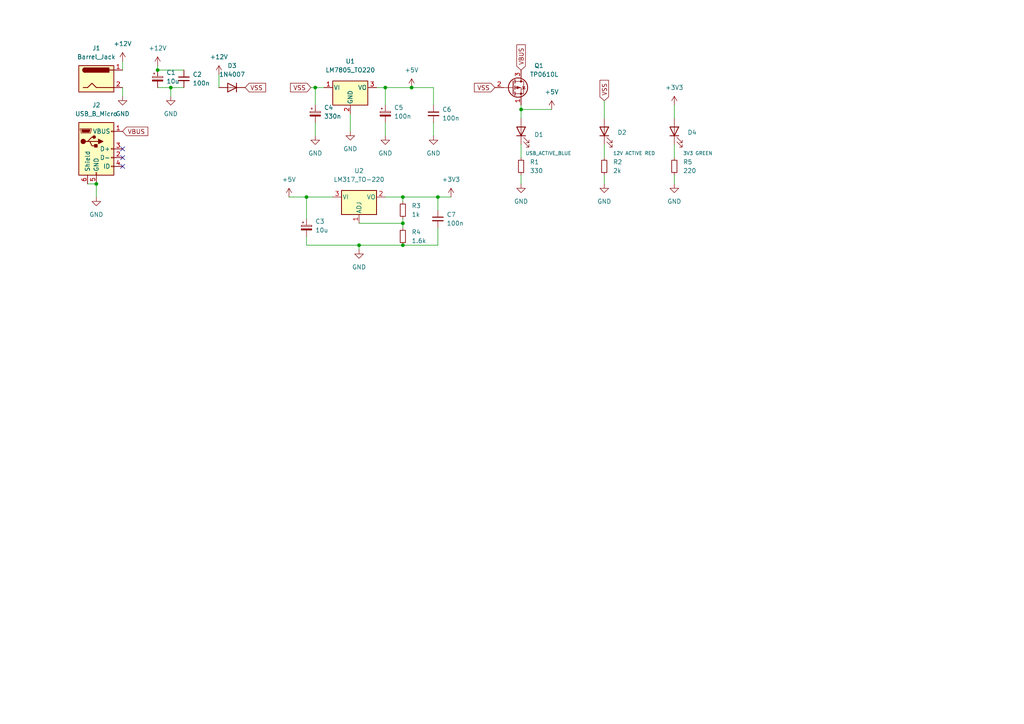
<source format=kicad_sch>
(kicad_sch (version 20211123) (generator eeschema)
  (paper "A4")
  (lib_symbols
    (symbol "Connector:Barrel_Jack" (pin_names (offset 1.016))
      (property "Reference" "J" (at 0 5.334 0))
      (property "Value" "Barrel_Jack" (at 0 -5.08 0))
      (symbol "Barrel_Jack_0_1"
        (rectangle (start -5.08 3.81) (end 5.08 -3.81) (stroke (width 0.254)) (fill (type background)))
        (arc (start -3.302 3.175) (mid -3.937 2.54) (end -3.302 1.905) (stroke (width 0.254)))
        (arc (start -3.302 3.175) (mid -3.937 2.54) (end -3.302 1.905) (stroke (width 0.254)) (fill (type outline)))
        (polyline (pts (xy 5.08 2.54) (xy 3.81 2.54)) (stroke (width 0.254)))
        (polyline (pts (xy -3.81 -2.54) (xy -2.54 -2.54) (xy -1.27 -1.27) (xy 0 -2.54) (xy 2.54 -2.54) (xy 5.08 -2.54)) (stroke (width 0.254)))
        (rectangle (start 3.683 3.175) (end -3.302 1.905) (stroke (width 0.254)) (fill (type outline)))
      )
      (symbol "Barrel_Jack_1_1"
        (pin passive line (at 7.62 2.54 180) (length 2.54) (name "~") (number "1"))
        (pin passive line (at 7.62 -2.54 180) (length 2.54) (name "~") (number "2"))
      )
    )
    (symbol "Connector:USB_B_Micro" (pin_names (offset 1.016))
      (property "Reference" "J" (at -5.08 11.43 0))
      (property "Value" "USB_B_Micro" (at -5.08 8.89 0))
      (symbol "USB_B_Micro_0_1"
        (rectangle (start -5.08 -7.62) (end 5.08 7.62) (stroke (width 0.254)) (fill (type background)))
        (circle (center -3.81 2.159) (radius 0.635) (stroke (width 0.254)) (fill (type outline)))
        (circle (center -0.635 3.429) (radius 0.381) (stroke (width 0.254)) (fill (type outline)))
        (rectangle (start -0.127 -7.62) (end 0.127 -6.858))
        (polyline (pts (xy -1.905 2.159) (xy 0.635 2.159)) (stroke (width 0.254)))
        (polyline (pts (xy -3.175 2.159) (xy -2.54 2.159) (xy -1.27 3.429) (xy -0.635 3.429)) (stroke (width 0.254)))
        (polyline (pts (xy -2.54 2.159) (xy -1.905 2.159) (xy -1.27 0.889) (xy 0 0.889)) (stroke (width 0.254)))
        (polyline (pts (xy 0.635 2.794) (xy 0.635 1.524) (xy 1.905 2.159) (xy 0.635 2.794)) (stroke (width 0.254)) (fill (type outline)))
        (polyline (pts (xy -4.318 5.588) (xy -1.778 5.588) (xy -2.032 4.826) (xy -4.064 4.826) (xy -4.318 5.588)) (fill (type outline)))
        (polyline (pts (xy -4.699 5.842) (xy -4.699 5.588) (xy -4.445 4.826) (xy -4.445 4.572) (xy -1.651 4.572) (xy -1.651 4.826) (xy -1.397 5.588) (xy -1.397 5.842) (xy -4.699 5.842)))
        (rectangle (start 0.254 1.27) (end -0.508 0.508) (stroke (width 0.254)) (fill (type outline)))
        (rectangle (start 5.08 -5.207) (end 4.318 -4.953))
        (rectangle (start 5.08 -2.667) (end 4.318 -2.413))
        (rectangle (start 5.08 -0.127) (end 4.318 0.127))
        (rectangle (start 5.08 4.953) (end 4.318 5.207))
      )
      (symbol "USB_B_Micro_1_1"
        (pin power_out line (at 7.62 5.08 180) (length 2.54) (name "VBUS") (number "1"))
        (pin bidirectional line (at 7.62 -2.54 180) (length 2.54) (name "D-") (number "2"))
        (pin bidirectional line (at 7.62 0 180) (length 2.54) (name "D+") (number "3"))
        (pin passive line (at 7.62 -5.08 180) (length 2.54) (name "ID") (number "4"))
        (pin power_out line (at 0 -10.16 90) (length 2.54) (name "GND") (number "5"))
        (pin passive line (at -2.54 -10.16 90) (length 2.54) (name "Shield") (number "6"))
      )
    )
    (symbol "Device:C_Polarized_Small" (pin_numbers hide) (pin_names (offset 0.254) hide)
      (property "Reference" "C" (at 0.254 1.778 0))
      (property "Value" "C_Polarized_Small" (at 0.254 -2.032 0))
      (symbol "C_Polarized_Small_0_1"
        (rectangle (start -1.524 -0.3048) (end 1.524 -0.6858) (fill (type outline)))
        (rectangle (start -1.524 0.6858) (end 1.524 0.3048))
        (polyline (pts (xy -1.27 1.524) (xy -0.762 1.524)))
        (polyline (pts (xy -1.016 1.27) (xy -1.016 1.778)))
      )
      (symbol "C_Polarized_Small_1_1"
        (pin passive line (at 0 2.54 270) (length 1.8542) (name "~") (number "1"))
        (pin passive line (at 0 -2.54 90) (length 1.8542) (name "~") (number "2"))
      )
    )
    (symbol "Device:C_Small" (pin_numbers hide) (pin_names (offset 0.254) hide)
      (property "Reference" "C" (at 0.254 1.778 0))
      (property "Value" "C_Small" (at 0.254 -2.032 0))
      (symbol "C_Small_0_1"
        (polyline (pts (xy -1.524 -0.508) (xy 1.524 -0.508)) (stroke (width 0.3302)))
        (polyline (pts (xy -1.524 0.508) (xy 1.524 0.508)) (stroke (width 0.3048)))
      )
      (symbol "C_Small_1_1"
        (pin passive line (at 0 2.54 270) (length 2.032) (name "~") (number "1"))
        (pin passive line (at 0 -2.54 90) (length 2.032) (name "~") (number "2"))
      )
    )
    (symbol "Device:LED" (pin_numbers hide) (pin_names (offset 1.016) hide)
      (property "Reference" "D" (at 0 2.54 0))
      (property "Value" "LED" (at 0 -2.54 0))
      (symbol "LED_0_1"
        (polyline (pts (xy -1.27 -1.27) (xy -1.27 1.27)) (stroke (width 0.254)))
        (polyline (pts (xy -1.27 0) (xy 1.27 0)))
        (polyline (pts (xy 1.27 -1.27) (xy 1.27 1.27) (xy -1.27 0) (xy 1.27 -1.27)) (stroke (width 0.254)))
        (polyline (pts (xy -3.048 -0.762) (xy -4.572 -2.286) (xy -3.81 -2.286) (xy -4.572 -2.286) (xy -4.572 -1.524)))
        (polyline (pts (xy -1.778 -0.762) (xy -3.302 -2.286) (xy -2.54 -2.286) (xy -3.302 -2.286) (xy -3.302 -1.524)))
      )
      (symbol "LED_1_1"
        (pin passive line (at -3.81 0 0) (length 2.54) (name "K") (number "1"))
        (pin passive line (at 3.81 0 180) (length 2.54) (name "A") (number "2"))
      )
    )
    (symbol "Device:R_Small" (pin_numbers hide) (pin_names (offset 0.254) hide)
      (property "Reference" "R" (at 0.762 0.508 0))
      (property "Value" "R_Small" (at 0.762 -1.016 0))
      (symbol "R_Small_0_1"
        (rectangle (start -0.762 1.778) (end 0.762 -1.778) (stroke (width 0.2032)))
      )
      (symbol "R_Small_1_1"
        (pin passive line (at 0 2.54 270) (length 0.762) (name "~") (number "1"))
        (pin passive line (at 0 -2.54 90) (length 0.762) (name "~") (number "2"))
      )
    )
    (symbol "Diode:1N4007" (pin_numbers hide) (pin_names (offset 1.016) hide)
      (property "Reference" "D" (at 0 2.54 0))
      (property "Value" "1N4007" (at 0 -2.54 0))
      (symbol "1N4007_0_1"
        (polyline (pts (xy -1.27 1.27) (xy -1.27 -1.27)) (stroke (width 0.254)))
        (polyline (pts (xy 1.27 0) (xy -1.27 0)))
        (polyline (pts (xy 1.27 1.27) (xy 1.27 -1.27) (xy -1.27 0) (xy 1.27 1.27)) (stroke (width 0.254)))
      )
      (symbol "1N4007_1_1"
        (pin passive line (at -3.81 0 0) (length 2.54) (name "K") (number "1"))
        (pin passive line (at 3.81 0 180) (length 2.54) (name "A") (number "2"))
      )
    )
    (symbol "Regulator_Linear:LM317_TO-220" (pin_names (offset 0.254))
      (property "Reference" "U" (at -3.81 3.175 0))
      (property "Value" "LM317_TO-220" (at 0 3.175 0))
      (symbol "LM317_TO-220_0_1"
        (rectangle (start -5.08 1.905) (end 5.08 -5.08) (stroke (width 0.254)) (fill (type background)))
      )
      (symbol "LM317_TO-220_1_1"
        (pin input line (at 0 -7.62 90) (length 2.54) (name "ADJ") (number "1"))
        (pin power_out line (at 7.62 0 180) (length 2.54) (name "VO") (number "2"))
        (pin power_in line (at -7.62 0 0) (length 2.54) (name "VI") (number "3"))
      )
    )
    (symbol "Regulator_Linear:LM7805_TO220" (pin_names (offset 0.254))
      (property "Reference" "U" (at -3.81 3.175 0))
      (property "Value" "LM7805_TO220" (at 0 3.175 0))
      (symbol "LM7805_TO220_0_1"
        (rectangle (start -5.08 1.905) (end 5.08 -5.08) (stroke (width 0.254)) (fill (type background)))
      )
      (symbol "LM7805_TO220_1_1"
        (pin power_in line (at -7.62 0 0) (length 2.54) (name "VI") (number "1"))
        (pin power_in line (at 0 -7.62 90) (length 2.54) (name "GND") (number "2"))
        (pin power_out line (at 7.62 0 180) (length 2.54) (name "VO") (number "3"))
      )
    )
    (symbol "Transistor_FET:TP0610L" (pin_names hide)
      (property "Reference" "Q" (at 5.08 1.905 0))
      (property "Value" "TP0610L" (at 5.08 0 0))
      (symbol "TP0610L_0_1"
        (polyline (pts (xy 0.254 0) (xy -2.54 0)))
        (polyline (pts (xy 0.254 1.905) (xy 0.254 -1.905)) (stroke (width 0.254)))
        (polyline (pts (xy 0.762 -1.27) (xy 0.762 -2.286)) (stroke (width 0.254)))
        (polyline (pts (xy 0.762 0.508) (xy 0.762 -0.508)) (stroke (width 0.254)))
        (polyline (pts (xy 0.762 2.286) (xy 0.762 1.27)) (stroke (width 0.254)))
        (polyline (pts (xy 2.54 2.54) (xy 2.54 1.778)))
        (polyline (pts (xy 2.54 -2.54) (xy 2.54 0) (xy 0.762 0)))
        (polyline (pts (xy 0.762 1.778) (xy 3.302 1.778) (xy 3.302 -1.778) (xy 0.762 -1.778)))
        (polyline (pts (xy 2.286 0) (xy 1.27 0.381) (xy 1.27 -0.381) (xy 2.286 0)) (fill (type outline)))
        (polyline (pts (xy 2.794 -0.508) (xy 2.921 -0.381) (xy 3.683 -0.381) (xy 3.81 -0.254)))
        (polyline (pts (xy 3.302 -0.381) (xy 2.921 0.254) (xy 3.683 0.254) (xy 3.302 -0.381)))
        (circle (center 1.651 0) (radius 2.794) (stroke (width 0.254)))
        (circle (center 2.54 -1.778) (radius 0.254) (fill (type outline)))
        (circle (center 2.54 1.778) (radius 0.254) (fill (type outline)))
      )
      (symbol "TP0610L_1_1"
        (pin passive line (at 2.54 -5.08 90) (length 2.54) (name "S") (number "1"))
        (pin input line (at -5.08 0 0) (length 2.54) (name "G") (number "2"))
        (pin passive line (at 2.54 5.08 270) (length 2.54) (name "D") (number "3"))
      )
    )
    (symbol "power:+12V" (power) (pin_names (offset 0))
      (property "Value" "+12V" (at 0 3.556 0))
      (symbol "+12V_0_1"
        (polyline (pts (xy -0.762 1.27) (xy 0 2.54)))
        (polyline (pts (xy 0 0) (xy 0 2.54)))
        (polyline (pts (xy 0 2.54) (xy 0.762 1.27)))
      )
      (symbol "+12V_1_1"
        (pin power_in line (at 0 0 90) (length 0) hide (name "+12V") (number "1"))
      )
    )
    (symbol "power:+3V3" (power) (pin_names (offset 0))
      (property "Value" "+3V3" (at 0 3.556 0))
      (symbol "+3V3_0_1"
        (polyline (pts (xy -0.762 1.27) (xy 0 2.54)))
        (polyline (pts (xy 0 0) (xy 0 2.54)))
        (polyline (pts (xy 0 2.54) (xy 0.762 1.27)))
      )
      (symbol "+3V3_1_1"
        (pin power_in line (at 0 0 90) (length 0) hide (name "+3V3") (number "1"))
      )
    )
    (symbol "power:+5V" (power) (pin_names (offset 0))
      (property "Value" "+5V" (at 0 3.556 0))
      (symbol "+5V_0_1"
        (polyline (pts (xy -0.762 1.27) (xy 0 2.54)))
        (polyline (pts (xy 0 0) (xy 0 2.54)))
        (polyline (pts (xy 0 2.54) (xy 0.762 1.27)))
      )
      (symbol "+5V_1_1"
        (pin power_in line (at 0 0 90) (length 0) hide (name "+5V") (number "1"))
      )
    )
    (symbol "power:GND" (power) (pin_names (offset 0))
      (property "Value" "GND" (at 0 -3.81 0))
      (symbol "GND_0_1"
        (polyline (pts (xy 0 0) (xy 0 -1.27) (xy 1.27 -1.27) (xy 0 -2.54) (xy -1.27 -1.27) (xy 0 -1.27)))
      )
      (symbol "GND_1_1"
        (pin power_in line (at 0 0 270) (length 0) hide (name "GND") (number "1"))
      )
    )
  )
  (junction (at 45.72 20.32))
  (junction (at 49.53 25.4))
  (junction (at 116.84 57.15))
  (junction (at 116.84 71.12))
  (junction (at 127 57.15))
  (junction (at 91.44 25.4))
  (junction (at 119.38 25.4))
  (junction (at 88.9 57.15))
  (junction (at 116.84 64.77))
  (junction (at 27.94 53.34))
  (junction (at 111.76 25.4))
  (junction (at 151.13 31.75))
  (junction (at 104.14 71.12))
  (no_connect (at 35.56 43.18))
  (no_connect (at 35.56 48.26))
  (no_connect (at 35.56 45.72))
  (wire (pts (xy 151.13 31.75) (xy 151.13 34.29)))
  (wire (pts (xy 127 71.12) (xy 116.84 71.12)))
  (wire (pts (xy 116.84 63.5) (xy 116.84 64.77)))
  (wire (pts (xy 127 57.15) (xy 130.81 57.15)))
  (wire (pts (xy 45.72 19.05) (xy 45.72 20.32)))
  (wire (pts (xy 104.14 71.12) (xy 116.84 71.12)))
  (wire (pts (xy 63.5 21.59) (xy 63.5 25.4)))
  (wire (pts (xy 175.26 41.91) (xy 175.26 45.72)))
  (wire (pts (xy 111.76 57.15) (xy 116.84 57.15)))
  (wire (pts (xy 111.76 35.56) (xy 111.76 39.37)))
  (wire (pts (xy 195.58 41.91) (xy 195.58 45.72)))
  (wire (pts (xy 83.82 57.15) (xy 88.9 57.15)))
  (wire (pts (xy 45.72 25.4) (xy 49.53 25.4)))
  (wire (pts (xy 125.73 35.56) (xy 125.73 39.37)))
  (wire (pts (xy 127 60.96) (xy 127 57.15)))
  (wire (pts (xy 91.44 25.4) (xy 93.98 25.4)))
  (wire (pts (xy 116.84 64.77) (xy 116.84 66.04)))
  (wire (pts (xy 151.13 31.75) (xy 160.02 31.75)))
  (wire (pts (xy 111.76 25.4) (xy 119.38 25.4)))
  (wire (pts (xy 125.73 30.48) (xy 125.73 25.4)))
  (wire (pts (xy 151.13 41.91) (xy 151.13 45.72)))
  (wire (pts (xy 49.53 25.4) (xy 49.53 27.94)))
  (wire (pts (xy 101.6 33.02) (xy 101.6 38.1)))
  (wire (pts (xy 195.58 30.48) (xy 195.58 34.29)))
  (wire (pts (xy 27.94 53.34) (xy 27.94 57.15)))
  (wire (pts (xy 90.17 25.4) (xy 91.44 25.4)))
  (wire (pts (xy 35.56 25.4) (xy 35.56 27.94)))
  (wire (pts (xy 91.44 25.4) (xy 91.44 30.48)))
  (wire (pts (xy 111.76 25.4) (xy 111.76 30.48)))
  (wire (pts (xy 88.9 63.5) (xy 88.9 57.15)))
  (wire (pts (xy 175.26 29.21) (xy 175.26 34.29)))
  (wire (pts (xy 195.58 50.8) (xy 195.58 53.34)))
  (wire (pts (xy 104.14 71.12) (xy 104.14 72.39)))
  (wire (pts (xy 151.13 30.48) (xy 151.13 31.75)))
  (wire (pts (xy 91.44 35.56) (xy 91.44 39.37)))
  (wire (pts (xy 151.13 50.8) (xy 151.13 53.34)))
  (wire (pts (xy 116.84 57.15) (xy 116.84 58.42)))
  (wire (pts (xy 119.38 25.4) (xy 125.73 25.4)))
  (wire (pts (xy 35.56 17.78) (xy 35.56 20.32)))
  (wire (pts (xy 175.26 50.8) (xy 175.26 53.34)))
  (wire (pts (xy 109.22 25.4) (xy 111.76 25.4)))
  (wire (pts (xy 88.9 71.12) (xy 88.9 68.58)))
  (wire (pts (xy 116.84 57.15) (xy 127 57.15)))
  (wire (pts (xy 45.72 20.32) (xy 53.34 20.32)))
  (wire (pts (xy 49.53 25.4) (xy 53.34 25.4)))
  (wire (pts (xy 127 66.04) (xy 127 71.12)))
  (wire (pts (xy 104.14 64.77) (xy 116.84 64.77)))
  (wire (pts (xy 88.9 71.12) (xy 104.14 71.12)))
  (wire (pts (xy 88.9 57.15) (xy 96.52 57.15)))
  (wire (pts (xy 25.4 53.34) (xy 27.94 53.34)))
  (global_label "VBUS" (shape input) (at 151.13 20.32 90) (property "Sayfalar Arası Referanslar" "${INTERSHEET_REFS}" (effects hide)))
  (global_label "VBUS" (shape input) (at 35.56 38.1 0) (property "Sayfalar Arası Referanslar" "${INTERSHEET_REFS}" (effects hide)))
  (global_label "VSS" (shape input) (at 143.51 25.4 180) (property "Sayfalar Arası Referanslar" "${INTERSHEET_REFS}" (effects hide)))
  (global_label "VSS" (shape input) (at 175.26 29.21 90) (property "Sayfalar Arası Referanslar" "${INTERSHEET_REFS}" (effects hide)))
  (global_label "VSS" (shape input) (at 71.12 25.4 0) (property "Sayfalar Arası Referanslar" "${INTERSHEET_REFS}" (effects hide)))
  (global_label "VSS" (shape input) (at 90.17 25.4 180) (property "Sayfalar Arası Referanslar" "${INTERSHEET_REFS}" (effects hide)))
  (symbol (lib_id "Device:C_Polarized_Small") (at 111.76 33.02 0) (unit 1)
    (property "Reference" "C5" (at 114.3 31.2038 0) (effects (justify left)))
    (property "Value" "100n" (at 114.3 33.7438 0) (effects (justify left)))
    (property "Footprint" "Capacitor_THT:CP_Radial_Tantal_D4.5mm_P5.00mm" (effects hide))
  )
  (symbol (lib_id "Regulator_Linear:LM317_TO-220") (at 104.14 57.15 0) (unit 1)
    (property "Reference" "U2" (at 104.14 49.53 0))
    (property "Value" "LM317_TO-220" (at 104.14 52.07 0))
    (property "Footprint" "Package_TO_SOT_THT:TO-220-3_Vertical" (effects hide))
    (property "Datasheet" "http://www.ti.com/lit/ds/symlink/lm317.pdf" (effects hide))
  )
  (symbol (lib_id "Connector:USB_B_Micro") (at 27.94 43.18 0) (unit 1)
    (property "Reference" "J2" (at 27.94 30.48 0))
    (property "Value" "USB_B_Micro" (at 27.94 33.02 0))
    (property "Footprint" "Connector_USB:USB_Micro-B_Amphenol_10103594-0001LF_Horizontal" (effects hide))
  )
  (symbol (lib_id "Device:C_Small") (at 125.73 33.02 0) (unit 1)
    (property "Reference" "C6" (at 128.27 31.7562 0) (effects (justify left)))
    (property "Value" "100n" (at 128.27 34.2962 0) (effects (justify left)))
    (property "Footprint" "Capacitor_THT:C_Disc_D3.4mm_W2.1mm_P2.50mm" (effects hide))
  )
  (symbol (lib_id "Device:LED") (at 195.58 38.1 90) (unit 1)
    (property "Reference" "D4" (at 199.39 38.4174 90) (effects (justify right)))
    (property "Value" "3V3 GREEN" (at 198.12 44.45 90) (effects (font (size 1 1)) (justify right)))
    (property "Footprint" "LED_THT:LED_D3.0mm" (effects hide))
  )
  (symbol (lib_id "power:GND") (at 195.58 53.34 0) (unit 1)
    (property "Reference" "#PWR0104" (effects hide))
    (property "Value" "GND" (at 195.58 58.42 0))
  )
  (symbol (lib_id "power:GND") (at 27.94 57.15 0) (unit 1)
    (property "Reference" "#PWR01" (effects hide))
    (property "Value" "GND" (at 27.94 62.23 0))
  )
  (symbol (lib_id "Regulator_Linear:LM7805_TO220") (at 101.6 25.4 0) (unit 1)
    (property "Reference" "U1" (at 101.6 17.78 0))
    (property "Value" "LM7805_TO220" (at 101.6 20.32 0))
    (property "Footprint" "Package_TO_SOT_THT:TO-220-3_Vertical" (effects hide))
    (property "Datasheet" "https://www.onsemi.cn/PowerSolutions/document/MC7800-D.PDF" (effects hide))
  )
  (symbol (lib_id "Device:R_Small") (at 116.84 60.96 0) (unit 1)
    (property "Reference" "R3" (at 119.38 59.6899 0) (effects (justify left)))
    (property "Value" "1k" (at 119.38 62.2299 0) (effects (justify left)))
    (property "Footprint" "Resistor_THT:R_Axial_DIN0204_L3.6mm_D1.6mm_P7.62mm_Horizontal" (effects hide))
  )
  (symbol (lib_id "power:GND") (at 175.26 53.34 0) (unit 1)
    (property "Reference" "#PWR04" (effects hide))
    (property "Value" "GND" (at 175.26 58.42 0))
  )
  (symbol (lib_id "power:GND") (at 49.53 27.94 0) (unit 1)
    (property "Reference" "#PWR0109" (effects hide))
    (property "Value" "GND" (at 49.53 33.02 0))
  )
  (symbol (lib_id "Device:R_Small") (at 116.84 68.58 0) (unit 1)
    (property "Reference" "R4" (at 119.38 67.3099 0) (effects (justify left)))
    (property "Value" "1.6k" (at 119.38 69.8499 0) (effects (justify left)))
    (property "Footprint" "Resistor_THT:R_Axial_DIN0204_L3.6mm_D1.6mm_P7.62mm_Horizontal" (effects hide))
  )
  (symbol (lib_id "Device:C_Polarized_Small") (at 45.72 22.86 0) (unit 1)
    (property "Reference" "C1" (at 48.26 21.0438 0) (effects (justify left)))
    (property "Value" "10u" (at 48.26 23.5838 0) (effects (justify left)))
    (property "Footprint" "Capacitor_THT:CP_Radial_D5.0mm_P2.50mm" (effects hide))
  )
  (symbol (lib_id "Device:C_Small") (at 53.34 22.86 0) (unit 1)
    (property "Reference" "C2" (at 55.88 21.5962 0) (effects (justify left)))
    (property "Value" "100n" (at 55.88 24.1362 0) (effects (justify left)))
    (property "Footprint" "Capacitor_THT:C_Disc_D3.4mm_W2.1mm_P2.50mm" (effects hide))
  )
  (symbol (lib_id "power:GND") (at 125.73 39.37 0) (unit 1)
    (property "Reference" "#PWR0102" (effects hide))
    (property "Value" "GND" (at 125.73 44.45 0))
  )
  (symbol (lib_id "power:GND") (at 91.44 39.37 0) (unit 1)
    (property "Reference" "#PWR0105" (effects hide))
    (property "Value" "GND" (at 91.44 44.45 0))
  )
  (symbol (lib_id "power:GND") (at 111.76 39.37 0) (unit 1)
    (property "Reference" "#PWR0111" (effects hide))
    (property "Value" "GND" (at 111.76 44.45 0))
  )
  (symbol (lib_id "Device:R_Small") (at 151.13 48.26 0) (unit 1)
    (property "Reference" "R1" (at 153.67 46.9899 0) (effects (justify left)))
    (property "Value" "330" (at 153.67 49.5299 0) (effects (justify left)))
    (property "Footprint" "Resistor_THT:R_Axial_DIN0204_L3.6mm_D1.6mm_P7.62mm_Horizontal" (effects hide))
  )
  (symbol (lib_id "Device:R_Small") (at 175.26 48.26 0) (unit 1)
    (property "Reference" "R2" (at 177.8 46.9899 0) (effects (justify left)))
    (property "Value" "2k" (at 177.8 49.5299 0) (effects (justify left)))
    (property "Footprint" "Resistor_THT:R_Axial_DIN0204_L3.6mm_D1.6mm_P7.62mm_Horizontal" (effects hide))
  )
  (symbol (lib_id "Device:LED") (at 175.26 38.1 90) (unit 1)
    (property "Reference" "D2" (at 179.07 38.4174 90) (effects (justify right)))
    (property "Value" "12V ACTIVE RED" (at 177.8 44.45 90) (effects (font (size 1 1)) (justify right)))
    (property "Footprint" "LED_THT:LED_D3.0mm" (effects hide))
  )
  (symbol (lib_id "Transistor_FET:TP0610L") (at 148.59 25.4 0) (unit 1)
    (property "Reference" "Q1" (at 154.94 19.05 0) (effects (justify left)))
    (property "Value" "TP0610L" (at 153.67 21.59 0) (effects (justify left)))
    (property "Footprint" "Package_TO_SOT_THT:TO-92L_Inline" (effects hide))
    (property "Datasheet" "http://www.vishay.com/docs/70209/70209.pdf" (effects hide))
  )
  (symbol (lib_id "Device:LED") (at 151.13 38.1 90) (unit 1)
    (property "Reference" "D1" (at 154.94 39.0524 90) (effects (justify right)))
    (property "Value" "USB_ACTIVE_BLUE" (at 152.4 44.45 90) (effects (font (size 1 1)) (justify right)))
    (property "Footprint" "LED_THT:LED_D3.0mm" (effects hide))
  )
  (symbol (lib_id "power:+12V") (at 63.5 21.59 0) (unit 1)
    (property "Reference" "#PWR0107" (effects hide))
    (property "Value" "+12V" (at 63.5 16.51 0))
  )
  (symbol (lib_id "power:+3V3") (at 195.58 30.48 0) (unit 1)
    (property "Reference" "#PWR0101" (effects hide))
    (property "Value" "+3V3" (at 195.58 25.4 0))
  )
  (symbol (lib_id "Device:C_Polarized_Small") (at 91.44 33.02 0) (unit 1)
    (property "Reference" "C4" (at 93.98 31.2038 0) (effects (justify left)))
    (property "Value" "330n" (at 93.98 33.7438 0) (effects (justify left)))
    (property "Footprint" "Capacitor_THT:CP_Radial_Tantal_D4.5mm_P5.00mm" (effects hide))
  )
  (symbol (lib_id "Device:R_Small") (at 195.58 48.26 0) (unit 1)
    (property "Reference" "R5" (at 198.12 46.9899 0) (effects (justify left)))
    (property "Value" "220" (at 198.12 49.5299 0) (effects (justify left)))
    (property "Footprint" "Resistor_THT:R_Axial_DIN0204_L3.6mm_D1.6mm_P7.62mm_Horizontal" (effects hide))
  )
  (symbol (lib_id "power:+5V") (at 83.82 57.15 0) (unit 1)
    (property "Reference" "#PWR0110" (effects hide))
    (property "Value" "+5V" (at 83.82 52.07 0))
  )
  (symbol (lib_id "power:+5V") (at 160.02 31.75 0) (unit 1)
    (property "Reference" "#PWR0103" (effects hide))
    (property "Value" "+5V" (at 160.02 26.67 0))
  )
  (symbol (lib_id "power:GND") (at 35.56 27.94 0) (unit 1)
    (property "Reference" "#PWR02" (effects hide))
    (property "Value" "GND" (at 35.56 33.02 0))
  )
  (symbol (lib_id "power:GND") (at 104.14 72.39 0) (unit 1)
    (property "Reference" "#PWR0114" (effects hide))
    (property "Value" "GND" (at 104.14 77.47 0))
  )
  (symbol (lib_id "power:+12V") (at 35.56 17.78 0) (unit 1)
    (property "Reference" "#PWR0106" (effects hide))
    (property "Value" "+12V" (at 35.56 12.7 0))
  )
  (symbol (lib_id "power:GND") (at 151.13 53.34 0) (unit 1)
    (property "Reference" "#PWR03" (effects hide))
    (property "Value" "GND" (at 151.13 58.42 0))
  )
  (symbol (lib_id "Device:C_Small") (at 127 63.5 0) (unit 1)
    (property "Reference" "C7" (at 129.54 62.2362 0) (effects (justify left)))
    (property "Value" "100n" (at 129.54 64.7762 0) (effects (justify left)))
    (property "Footprint" "Capacitor_THT:C_Disc_D3.4mm_W2.1mm_P2.50mm" (effects hide))
  )
  (symbol (lib_id "Device:C_Polarized_Small") (at 88.9 66.04 0) (unit 1)
    (property "Reference" "C3" (at 91.44 64.2238 0) (effects (justify left)))
    (property "Value" "10u" (at 91.44 66.7638 0) (effects (justify left)))
    (property "Footprint" "Capacitor_THT:CP_Radial_D5.0mm_P2.50mm" (effects hide))
  )
  (symbol (lib_id "power:+12V") (at 45.72 19.05 0) (unit 1)
    (property "Reference" "#PWR0108" (effects hide))
    (property "Value" "+12V" (at 45.72 13.97 0))
  )
  (symbol (lib_id "Diode:1N4007") (at 67.31 25.4 180) (unit 1)
    (property "Reference" "D3" (at 67.31 19.05 0))
    (property "Value" "1N4007" (at 67.31 21.59 0))
    (property "Footprint" "Diode_THT:D_DO-41_SOD81_P10.16mm_Horizontal" (effects hide))
    (property "Datasheet" "http://www.vishay.com/docs/88503/1n4001.pdf" (effects hide))
  )
  (symbol (lib_id "power:+3V3") (at 130.81 57.15 0) (unit 1)
    (property "Reference" "#PWR0115" (effects hide))
    (property "Value" "+3V3" (at 130.81 52.07 0))
  )
  (symbol (lib_id "Connector:Barrel_Jack") (at 27.94 22.86 0) (unit 1)
    (property "Reference" "J1" (at 27.94 13.97 0))
    (property "Value" "Barrel_Jack" (at 27.94 16.51 0))
    (property "Footprint" "Connector_BarrelJack:BarrelJack_Horizontal" (effects hide))
  )
  (symbol (lib_id "power:GND") (at 101.6 38.1 0) (unit 1)
    (property "Reference" "#PWR0112" (effects hide))
    (property "Value" "GND" (at 101.6 43.18 0))
  )
  (symbol (lib_id "power:+5V") (at 119.38 25.4 0) (unit 1)
    (property "Reference" "#PWR0113" (effects hide))
    (property "Value" "+5V" (at 119.38 20.32 0))
  )
)
</source>
